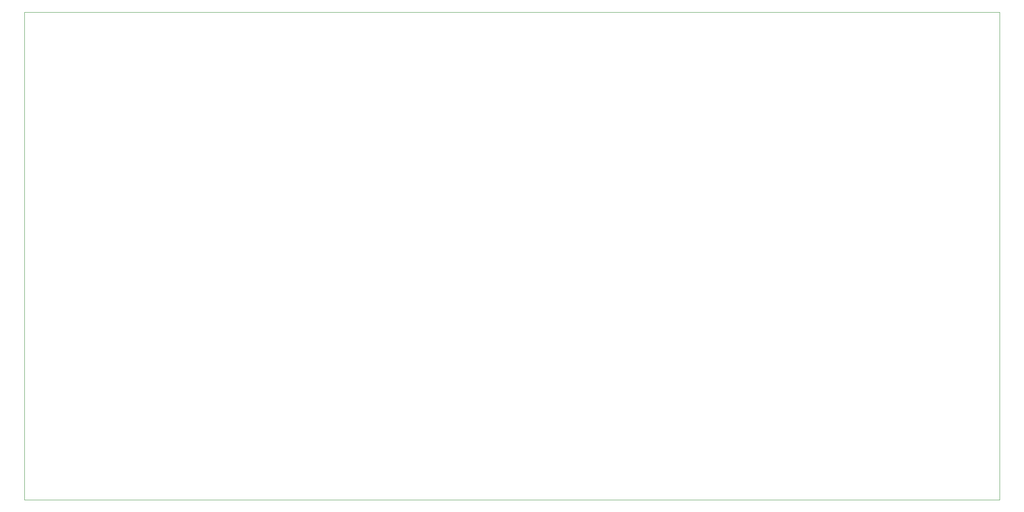
<source format=gbr>
%TF.GenerationSoftware,Altium Limited,Altium Designer,23.11.1 (41)*%
G04 Layer_Color=0*
%FSLAX45Y45*%
%MOMM*%
%TF.SameCoordinates,5B37CA9A-06B1-4671-AC7C-9F047A950D05*%
%TF.FilePolarity,Positive*%
%TF.FileFunction,Profile,NP*%
%TF.Part,Single*%
G01*
G75*
%TA.AperFunction,Profile*%
%ADD286C,0.02540*%
D286*
X0Y0D02*
Y10160000D01*
X20320000D01*
Y0D01*
X0D01*
%TF.MD5,dacf8402e1821202ce7513875e4555be*%
M02*

</source>
